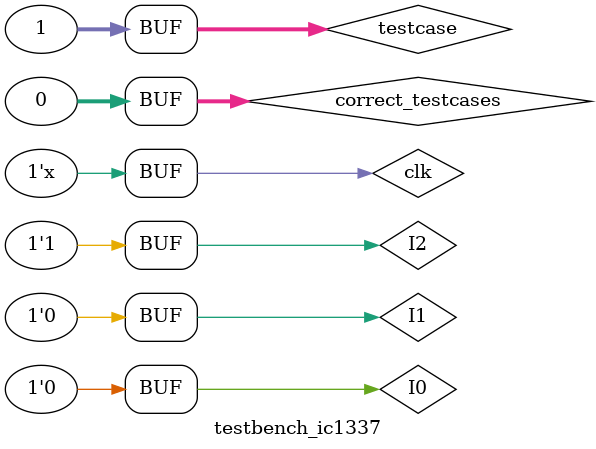
<source format=v>
`timescale 1ns / 1ps

module testbench_ic1337;
	// Inputs
	reg I0;
	reg I1;
	reg I2;
	reg clk;
	// Outputs
	wire Q0;
	wire Q1;
	wire Z;

    // You can add additional declarations here
    // ...

	// Instantiate the Unit Under Test (UUT)
	ic1337 uut (.I0(I0),
                .I1(I1),
                .I2(I2),
                .clk(clk),
                .Q0(Q0),
                .Q1(Q1),
                .Z(Z));
					 
    // Clock Related
    // At 5, 15, 25, .. clk will change 0->1
	// At 10, 20, 30, .. clk will change 1->0
    initial clk = 0;
    always #5 clk = ~clk;
	integer testcase = 1, correct_testcases = 0;
	wire K;
	initial begin
I0=1; I1=0; I2=1;
#10;
if(3'b101 == {Q0, Q1, Z}) begin
        $display("testcase #1: correct");
        correct_testcases = correct_testcases + 1;
        end
        else $display("testcase #1: wrong");
I0=0; I1=1; I2=1;
#10;
if(3'b110 == {Q0, Q1, Z}) begin
        $display("testcase #2: correct");
        correct_testcases = correct_testcases + 1;
        end
        else $display("testcase #2: wrong");
I0=1; I1=0; I2=1;
#10;
if(3'b110 == {Q0, Q1, Z}) begin
        $display("testcase #3: correct");
        correct_testcases = correct_testcases + 1;
        end
        else $display("testcase #3: wrong");
I0=1; I1=0; I2=1;
#10;
if(3'b110 == {Q0, Q1, Z}) begin
        $display("testcase #4: correct");
        correct_testcases = correct_testcases + 1;
        end
        else $display("testcase #4: wrong");
I0=0; I1=0; I2=1;
#10;
if(3'b110 == {Q0, Q1, Z}) begin
        $display("testcase #5: correct");
        correct_testcases = correct_testcases + 1;
        end
        else $display("testcase #5: wrong");
I0=0; I1=0; I2=1;
#10;
if(3'b110 == {Q0, Q1, Z}) begin
        $display("testcase #6: correct");
        correct_testcases = correct_testcases + 1;
        end
        else $display("testcase #6: wrong");
I0=0; I1=1; I2=1;
#10;
if(3'b110 == {Q0, Q1, Z}) begin
        $display("testcase #7: correct");
        correct_testcases = correct_testcases + 1;
        end
        else $display("testcase #7: wrong");
I0=1; I1=1; I2=1;
#10;
if(3'b110 == {Q0, Q1, Z}) begin
        $display("testcase #8: correct");
        correct_testcases = correct_testcases + 1;
        end
        else $display("testcase #8: wrong");
I0=0; I1=0; I2=0;
#10;
if(3'b101 == {Q0, Q1, Z}) begin
        $display("testcase #9: correct");
        correct_testcases = correct_testcases + 1;
        end
        else $display("testcase #9: wrong");
I0=1; I1=1; I2=0;
#10;
if(3'b110 == {Q0, Q1, Z}) begin
        $display("testcase #10: correct");
        correct_testcases = correct_testcases + 1;
        end
        else $display("testcase #10: wrong");
I0=1; I1=1; I2=0;
#10;
if(3'b101 == {Q0, Q1, Z}) begin
        $display("testcase #11: correct");
        correct_testcases = correct_testcases + 1;
        end
        else $display("testcase #11: wrong");
I0=0; I1=1; I2=0;
#10;
if(3'b000 == {Q0, Q1, Z}) begin
        $display("testcase #12: correct");
        correct_testcases = correct_testcases + 1;
        end
        else $display("testcase #12: wrong");
I0=0; I1=0; I2=0;
#10;
if(3'b011 == {Q0, Q1, Z}) begin
        $display("testcase #13: correct");
        correct_testcases = correct_testcases + 1;
        end
        else $display("testcase #13: wrong");
I0=0; I1=0; I2=0;
#10;
if(3'b000 == {Q0, Q1, Z}) begin
        $display("testcase #14: correct");
        correct_testcases = correct_testcases + 1;
        end
        else $display("testcase #14: wrong");
I0=1; I1=0; I2=0;
#10;
if(3'b000 == {Q0, Q1, Z}) begin
        $display("testcase #15: correct");
        correct_testcases = correct_testcases + 1;
        end
        else $display("testcase #15: wrong");
I0=0; I1=0; I2=0;
#10;
if(3'b011 == {Q0, Q1, Z}) begin
        $display("testcase #16: correct");
        correct_testcases = correct_testcases + 1;
        end
        else $display("testcase #16: wrong");
I0=1; I1=1; I2=0;
#10;
if(3'b000 == {Q0, Q1, Z}) begin
        $display("testcase #17: correct");
        correct_testcases = correct_testcases + 1;
        end
        else $display("testcase #17: wrong");
I0=0; I1=1; I2=1;
#10;
if(3'b110 == {Q0, Q1, Z}) begin
        $display("testcase #18: correct");
        correct_testcases = correct_testcases + 1;
        end
        else $display("testcase #18: wrong");
I0=1; I1=1; I2=1;
#10;
if(3'b110 == {Q0, Q1, Z}) begin
        $display("testcase #19: correct");
        correct_testcases = correct_testcases + 1;
        end
        else $display("testcase #19: wrong");
I0=1; I1=1; I2=0;
#10;
if(3'b101 == {Q0, Q1, Z}) begin
        $display("testcase #20: correct");
        correct_testcases = correct_testcases + 1;
        end
        else $display("testcase #20: wrong");
I0=1; I1=1; I2=1;
#10;
if(3'b101 == {Q0, Q1, Z}) begin
        $display("testcase #21: correct");
        correct_testcases = correct_testcases + 1;
        end
        else $display("testcase #21: wrong");
I0=1; I1=0; I2=0;
#10;
if(3'b101 == {Q0, Q1, Z}) begin
        $display("testcase #22: correct");
        correct_testcases = correct_testcases + 1;
        end
        else $display("testcase #22: wrong");
I0=1; I1=1; I2=0;
#10;
if(3'b110 == {Q0, Q1, Z}) begin
        $display("testcase #23: correct");
        correct_testcases = correct_testcases + 1;
        end
        else $display("testcase #23: wrong");
I0=0; I1=1; I2=1;
#10;
if(3'b110 == {Q0, Q1, Z}) begin
        $display("testcase #24: correct");
        correct_testcases = correct_testcases + 1;
        end
        else $display("testcase #24: wrong");
I0=0; I1=1; I2=0;
#10;
if(3'b000 == {Q0, Q1, Z}) begin
        $display("testcase #25: correct");
        correct_testcases = correct_testcases + 1;
        end
        else $display("testcase #25: wrong");
I0=1; I1=0; I2=0;
#10;
if(3'b000 == {Q0, Q1, Z}) begin
        $display("testcase #26: correct");
        correct_testcases = correct_testcases + 1;
        end
        else $display("testcase #26: wrong");
I0=1; I1=0; I2=1;
#10;
if(3'b101 == {Q0, Q1, Z}) begin
        $display("testcase #27: correct");
        correct_testcases = correct_testcases + 1;
        end
        else $display("testcase #27: wrong");
I0=1; I1=0; I2=1;
#10;
if(3'b101 == {Q0, Q1, Z}) begin
        $display("testcase #28: correct");
        correct_testcases = correct_testcases + 1;
        end
        else $display("testcase #28: wrong");
I0=0; I1=0; I2=0;
#10;
if(3'b110 == {Q0, Q1, Z}) begin
        $display("testcase #29: correct");
        correct_testcases = correct_testcases + 1;
        end
        else $display("testcase #29: wrong");
I0=0; I1=1; I2=0;
#10;
if(3'b000 == {Q0, Q1, Z}) begin
        $display("testcase #30: correct");
        correct_testcases = correct_testcases + 1;
        end
        else $display("testcase #30: wrong");
I0=1; I1=0; I2=0;
#10;
if(3'b000 == {Q0, Q1, Z}) begin
        $display("testcase #31: correct");
        correct_testcases = correct_testcases + 1;
        end
        else $display("testcase #31: wrong");
I0=0; I1=0; I2=0;
#10;
if(3'b011 == {Q0, Q1, Z}) begin
        $display("testcase #32: correct");
        correct_testcases = correct_testcases + 1;
        end
        else $display("testcase #32: wrong");
I0=1; I1=1; I2=0;
#10;
if(3'b000 == {Q0, Q1, Z}) begin
        $display("testcase #33: correct");
        correct_testcases = correct_testcases + 1;
        end
        else $display("testcase #33: wrong");
I0=1; I1=0; I2=0;
#10;
if(3'b000 == {Q0, Q1, Z}) begin
        $display("testcase #34: correct");
        correct_testcases = correct_testcases + 1;
        end
        else $display("testcase #34: wrong");
I0=0; I1=0; I2=1;
#10;
if(3'b110 == {Q0, Q1, Z}) begin
        $display("testcase #35: correct");
        correct_testcases = correct_testcases + 1;
        end
        else $display("testcase #35: wrong");
I0=1; I1=0; I2=0;
#10;
if(3'b101 == {Q0, Q1, Z}) begin
        $display("testcase #36: correct");
        correct_testcases = correct_testcases + 1;
        end
        else $display("testcase #36: wrong");
I0=1; I1=1; I2=1;
#10;
if(3'b101 == {Q0, Q1, Z}) begin
        $display("testcase #37: correct");
        correct_testcases = correct_testcases + 1;
        end
        else $display("testcase #37: wrong");
I0=0; I1=0; I2=1;
#10;
if(3'b110 == {Q0, Q1, Z}) begin
        $display("testcase #38: correct");
        correct_testcases = correct_testcases + 1;
        end
        else $display("testcase #38: wrong");
I0=0; I1=0; I2=1;
#10;
if(3'b110 == {Q0, Q1, Z}) begin
        $display("testcase #39: correct");
        correct_testcases = correct_testcases + 1;
        end
        else $display("testcase #39: wrong");
I0=1; I1=1; I2=0;
#10;
if(3'b101 == {Q0, Q1, Z}) begin
        $display("testcase #40: correct");
        correct_testcases = correct_testcases + 1;
        end
        else $display("testcase #40: wrong");
I0=1; I1=1; I2=1;
#10;
if(3'b101 == {Q0, Q1, Z}) begin
        $display("testcase #41: correct");
        correct_testcases = correct_testcases + 1;
        end
        else $display("testcase #41: wrong");
I0=0; I1=1; I2=0;
#10;
if(3'b000 == {Q0, Q1, Z}) begin
        $display("testcase #42: correct");
        correct_testcases = correct_testcases + 1;
        end
        else $display("testcase #42: wrong");
I0=1; I1=1; I2=1;
#10;
if(3'b101 == {Q0, Q1, Z}) begin
        $display("testcase #43: correct");
        correct_testcases = correct_testcases + 1;
        end
        else $display("testcase #43: wrong");
I0=0; I1=0; I2=1;
#10;
if(3'b110 == {Q0, Q1, Z}) begin
        $display("testcase #44: correct");
        correct_testcases = correct_testcases + 1;
        end
        else $display("testcase #44: wrong");
I0=1; I1=1; I2=1;
#10;
if(3'b110 == {Q0, Q1, Z}) begin
        $display("testcase #45: correct");
        correct_testcases = correct_testcases + 1;
        end
        else $display("testcase #45: wrong");
I0=1; I1=1; I2=0;
#10;
if(3'b101 == {Q0, Q1, Z}) begin
        $display("testcase #46: correct");
        correct_testcases = correct_testcases + 1;
        end
        else $display("testcase #46: wrong");
I0=0; I1=1; I2=0;
#10;
if(3'b000 == {Q0, Q1, Z}) begin
        $display("testcase #47: correct");
        correct_testcases = correct_testcases + 1;
        end
        else $display("testcase #47: wrong");
I0=1; I1=0; I2=1;
#10;
if(3'b101 == {Q0, Q1, Z}) begin
        $display("testcase #48: correct");
        correct_testcases = correct_testcases + 1;
        end
        else $display("testcase #48: wrong");
I0=1; I1=1; I2=0;
#10;
if(3'b110 == {Q0, Q1, Z}) begin
        $display("testcase #49: correct");
        correct_testcases = correct_testcases + 1;
        end
        else $display("testcase #49: wrong");
I0=1; I1=1; I2=1;
#10;
if(3'b110 == {Q0, Q1, Z}) begin
        $display("testcase #50: correct");
        correct_testcases = correct_testcases + 1;
        end
        else $display("testcase #50: wrong");
I0=0; I1=0; I2=0;
#10;
if(3'b101 == {Q0, Q1, Z}) begin
        $display("testcase #51: correct");
        correct_testcases = correct_testcases + 1;
        end
        else $display("testcase #51: wrong");
I0=0; I1=1; I2=0;
#10;
if(3'b000 == {Q0, Q1, Z}) begin
        $display("testcase #52: correct");
        correct_testcases = correct_testcases + 1;
        end
        else $display("testcase #52: wrong");
I0=0; I1=0; I2=0;
#10;
if(3'b011 == {Q0, Q1, Z}) begin
        $display("testcase #53: correct");
        correct_testcases = correct_testcases + 1;
        end
        else $display("testcase #53: wrong");
I0=1; I1=1; I2=0;
#10;
if(3'b000 == {Q0, Q1, Z}) begin
        $display("testcase #54: correct");
        correct_testcases = correct_testcases + 1;
        end
        else $display("testcase #54: wrong");
I0=0; I1=1; I2=1;
#10;
if(3'b110 == {Q0, Q1, Z}) begin
        $display("testcase #55: correct");
        correct_testcases = correct_testcases + 1;
        end
        else $display("testcase #55: wrong");
I0=0; I1=0; I2=0;
#10;
if(3'b101 == {Q0, Q1, Z}) begin
        $display("testcase #56: correct");
        correct_testcases = correct_testcases + 1;
        end
        else $display("testcase #56: wrong");
I0=1; I1=0; I2=1;
#10;
if(3'b101 == {Q0, Q1, Z}) begin
        $display("testcase #57: correct");
        correct_testcases = correct_testcases + 1;
        end
        else $display("testcase #57: wrong");
I0=0; I1=1; I2=1;
#10;
if(3'b110 == {Q0, Q1, Z}) begin
        $display("testcase #58: correct");
        correct_testcases = correct_testcases + 1;
        end
        else $display("testcase #58: wrong");
I0=0; I1=0; I2=1;
#10;
if(3'b110 == {Q0, Q1, Z}) begin
        $display("testcase #59: correct");
        correct_testcases = correct_testcases + 1;
        end
        else $display("testcase #59: wrong");
I0=0; I1=1; I2=1;
#10;
if(3'b110 == {Q0, Q1, Z}) begin
        $display("testcase #60: correct");
        correct_testcases = correct_testcases + 1;
        end
        else $display("testcase #60: wrong");
I0=1; I1=0; I2=1;
#10;
if(3'b110 == {Q0, Q1, Z}) begin
        $display("testcase #61: correct");
        correct_testcases = correct_testcases + 1;
        end
        else $display("testcase #61: wrong");
I0=0; I1=0; I2=1;
#10;
if(3'b110 == {Q0, Q1, Z}) begin
        $display("testcase #62: correct");
        correct_testcases = correct_testcases + 1;
        end
        else $display("testcase #62: wrong");
I0=0; I1=0; I2=1;
#10;
if(3'b110 == {Q0, Q1, Z}) begin
        $display("testcase #63: correct");
        correct_testcases = correct_testcases + 1;
        end
        else $display("testcase #63: wrong");
I0=0; I1=1; I2=1;
#10;
if(3'b110 == {Q0, Q1, Z}) begin
        $display("testcase #64: correct");
        correct_testcases = correct_testcases + 1;
        end
        else $display("testcase #64: wrong");
I0=0; I1=0; I2=0;
#10;
if(3'b101 == {Q0, Q1, Z}) begin
        $display("testcase #65: correct");
        correct_testcases = correct_testcases + 1;
        end
        else $display("testcase #65: wrong");
I0=1; I1=1; I2=0;
#10;
if(3'b110 == {Q0, Q1, Z}) begin
        $display("testcase #66: correct");
        correct_testcases = correct_testcases + 1;
        end
        else $display("testcase #66: wrong");
I0=1; I1=0; I2=1;
#10;
if(3'b110 == {Q0, Q1, Z}) begin
        $display("testcase #67: correct");
        correct_testcases = correct_testcases + 1;
        end
        else $display("testcase #67: wrong");
I0=0; I1=0; I2=0;
#10;
if(3'b101 == {Q0, Q1, Z}) begin
        $display("testcase #68: correct");
        correct_testcases = correct_testcases + 1;
        end
        else $display("testcase #68: wrong");
I0=0; I1=1; I2=1;
#10;
if(3'b110 == {Q0, Q1, Z}) begin
        $display("testcase #69: correct");
        correct_testcases = correct_testcases + 1;
        end
        else $display("testcase #69: wrong");
I0=1; I1=0; I2=0;
#10;
if(3'b101 == {Q0, Q1, Z}) begin
        $display("testcase #70: correct");
        correct_testcases = correct_testcases + 1;
        end
        else $display("testcase #70: wrong");
I0=1; I1=0; I2=1;
#10;
if(3'b101 == {Q0, Q1, Z}) begin
        $display("testcase #71: correct");
        correct_testcases = correct_testcases + 1;
        end
        else $display("testcase #71: wrong");
I0=0; I1=0; I2=1;
#10;
if(3'b110 == {Q0, Q1, Z}) begin
        $display("testcase #72: correct");
        correct_testcases = correct_testcases + 1;
        end
        else $display("testcase #72: wrong");
I0=0; I1=0; I2=0;
#10;
if(3'b101 == {Q0, Q1, Z}) begin
        $display("testcase #73: correct");
        correct_testcases = correct_testcases + 1;
        end
        else $display("testcase #73: wrong");
I0=1; I1=0; I2=0;
#10;
if(3'b101 == {Q0, Q1, Z}) begin
        $display("testcase #74: correct");
        correct_testcases = correct_testcases + 1;
        end
        else $display("testcase #74: wrong");
I0=1; I1=1; I2=0;
#10;
if(3'b110 == {Q0, Q1, Z}) begin
        $display("testcase #75: correct");
        correct_testcases = correct_testcases + 1;
        end
        else $display("testcase #75: wrong");
I0=0; I1=1; I2=1;
#10;
if(3'b110 == {Q0, Q1, Z}) begin
        $display("testcase #76: correct");
        correct_testcases = correct_testcases + 1;
        end
        else $display("testcase #76: wrong");
I0=1; I1=1; I2=0;
#10;
if(3'b101 == {Q0, Q1, Z}) begin
        $display("testcase #77: correct");
        correct_testcases = correct_testcases + 1;
        end
        else $display("testcase #77: wrong");
I0=1; I1=1; I2=0;
#10;
if(3'b110 == {Q0, Q1, Z}) begin
        $display("testcase #78: correct");
        correct_testcases = correct_testcases + 1;
        end
        else $display("testcase #78: wrong");
I0=0; I1=0; I2=0;
#10;
if(3'b101 == {Q0, Q1, Z}) begin
        $display("testcase #79: correct");
        correct_testcases = correct_testcases + 1;
        end
        else $display("testcase #79: wrong");
I0=0; I1=0; I2=1;
#10;
if(3'b110 == {Q0, Q1, Z}) begin
        $display("testcase #80: correct");
        correct_testcases = correct_testcases + 1;
        end
        else $display("testcase #80: wrong");
I0=0; I1=0; I2=1;
#10;
if(3'b110 == {Q0, Q1, Z}) begin
        $display("testcase #81: correct");
        correct_testcases = correct_testcases + 1;
        end
        else $display("testcase #81: wrong");
I0=1; I1=0; I2=0;
#10;
if(3'b101 == {Q0, Q1, Z}) begin
        $display("testcase #82: correct");
        correct_testcases = correct_testcases + 1;
        end
        else $display("testcase #82: wrong");
I0=1; I1=0; I2=1;
#10;
if(3'b101 == {Q0, Q1, Z}) begin
        $display("testcase #83: correct");
        correct_testcases = correct_testcases + 1;
        end
        else $display("testcase #83: wrong");
I0=0; I1=0; I2=1;
#10;
if(3'b110 == {Q0, Q1, Z}) begin
        $display("testcase #84: correct");
        correct_testcases = correct_testcases + 1;
        end
        else $display("testcase #84: wrong");
I0=1; I1=0; I2=1;
#10;
if(3'b110 == {Q0, Q1, Z}) begin
        $display("testcase #85: correct");
        correct_testcases = correct_testcases + 1;
        end
        else $display("testcase #85: wrong");
I0=1; I1=1; I2=1;
#10;
if(3'b110 == {Q0, Q1, Z}) begin
        $display("testcase #86: correct");
        correct_testcases = correct_testcases + 1;
        end
        else $display("testcase #86: wrong");
I0=1; I1=1; I2=0;
#10;
if(3'b101 == {Q0, Q1, Z}) begin
        $display("testcase #87: correct");
        correct_testcases = correct_testcases + 1;
        end
        else $display("testcase #87: wrong");
I0=1; I1=1; I2=1;
#10;
if(3'b101 == {Q0, Q1, Z}) begin
        $display("testcase #88: correct");
        correct_testcases = correct_testcases + 1;
        end
        else $display("testcase #88: wrong");
I0=0; I1=0; I2=1;
#10;
if(3'b110 == {Q0, Q1, Z}) begin
        $display("testcase #89: correct");
        correct_testcases = correct_testcases + 1;
        end
        else $display("testcase #89: wrong");
I0=1; I1=0; I2=0;
#10;
if(3'b101 == {Q0, Q1, Z}) begin
        $display("testcase #90: correct");
        correct_testcases = correct_testcases + 1;
        end
        else $display("testcase #90: wrong");
I0=1; I1=1; I2=1;
#10;
if(3'b101 == {Q0, Q1, Z}) begin
        $display("testcase #91: correct");
        correct_testcases = correct_testcases + 1;
        end
        else $display("testcase #91: wrong");
I0=1; I1=0; I2=1;
#10;
if(3'b101 == {Q0, Q1, Z}) begin
        $display("testcase #92: correct");
        correct_testcases = correct_testcases + 1;
        end
        else $display("testcase #92: wrong");
I0=1; I1=0; I2=0;
#10;
if(3'b101 == {Q0, Q1, Z}) begin
        $display("testcase #93: correct");
        correct_testcases = correct_testcases + 1;
        end
        else $display("testcase #93: wrong");
I0=0; I1=0; I2=1;
#10;
if(3'b110 == {Q0, Q1, Z}) begin
        $display("testcase #94: correct");
        correct_testcases = correct_testcases + 1;
        end
        else $display("testcase #94: wrong");
I0=1; I1=1; I2=1;
#10;
if(3'b110 == {Q0, Q1, Z}) begin
        $display("testcase #95: correct");
        correct_testcases = correct_testcases + 1;
        end
        else $display("testcase #95: wrong");
I0=1; I1=1; I2=0;
#10;
if(3'b101 == {Q0, Q1, Z}) begin
        $display("testcase #96: correct");
        correct_testcases = correct_testcases + 1;
        end
        else $display("testcase #96: wrong");
I0=1; I1=1; I2=1;
#10;
if(3'b101 == {Q0, Q1, Z}) begin
        $display("testcase #97: correct");
        correct_testcases = correct_testcases + 1;
        end
        else $display("testcase #97: wrong");
I0=1; I1=1; I2=1;
#10;
if(3'b101 == {Q0, Q1, Z}) begin
        $display("testcase #98: correct");
        correct_testcases = correct_testcases + 1;
        end
        else $display("testcase #98: wrong");
I0=0; I1=0; I2=1;
#10;
if(3'b110 == {Q0, Q1, Z}) begin
        $display("testcase #99: correct");
        correct_testcases = correct_testcases + 1;
        end
        else $display("testcase #99: wrong");
I0=0; I1=0; I2=1;
#10;
if(3'b110 == {Q0, Q1, Z}) begin
        $display("testcase #100: correct");
        correct_testcases = correct_testcases + 1;
        end
        else $display("testcase #100: wrong");
$display("Out of 100 testcases", correct_testcases, " were correct.");
end
    endmodule
</source>
